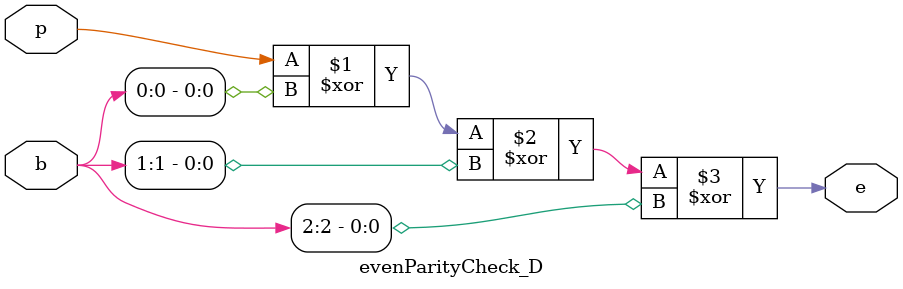
<source format=v>
module evenParityCheck_D(p,b,e);
input p;
input [2:0]b;
output wire e;
assign e = p^b[0]^b[1]^b[2];
endmodule

</source>
